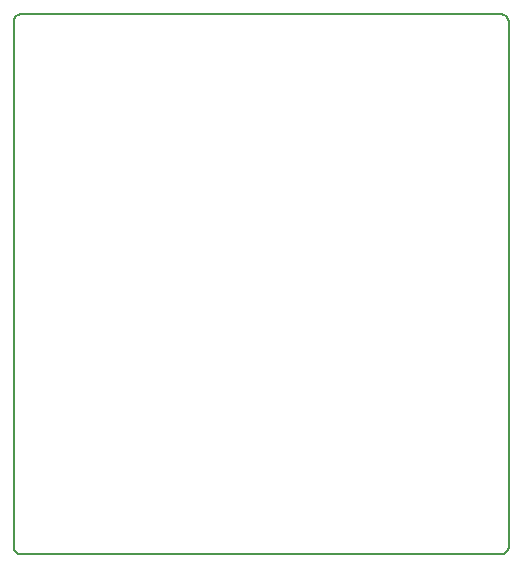
<source format=gm1>
G04 PROTEUS GERBER X2 FILE*
%TF.GenerationSoftware,Labcenter,Proteus,8.6-SP2-Build23525*%
%TF.CreationDate,2019-02-04T04:32:53+00:00*%
%TF.FileFunction,NonPlated,1,2,NPTH*%
%TF.FilePolarity,Positive*%
%TF.Part,Single*%
%FSLAX45Y45*%
%MOMM*%
G01*
%TA.AperFunction,Profile*%
%ADD71C,0.203200*%
%TD.AperFunction*%
D71*
X-381000Y-1651000D02*
X+3683000Y-1651000D01*
X+3746500Y-1587500D02*
X+3746500Y+2857500D01*
X+3683000Y+2921000D02*
X-381000Y+2921000D01*
X-444500Y+2857500D02*
X-444500Y-1587500D01*
X+3746500Y-1587500D02*
X+3741601Y-1612490D01*
X+3728144Y-1632644D01*
X+3707990Y-1646101D01*
X+3683000Y-1651000D01*
X-444500Y-1587500D02*
X-439601Y-1612490D01*
X-426144Y-1632644D01*
X-405990Y-1646101D01*
X-381000Y-1651000D01*
X-444500Y+2857500D02*
X-439601Y+2882490D01*
X-426144Y+2902644D01*
X-405990Y+2916101D01*
X-381000Y+2921000D01*
X+3683000Y+2921000D02*
X+3707990Y+2916101D01*
X+3728144Y+2902644D01*
X+3741601Y+2882490D01*
X+3746500Y+2857500D01*
M02*

</source>
